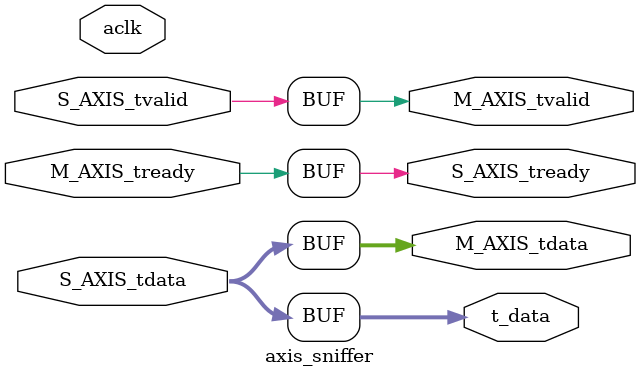
<source format=v>
`timescale 1ns / 1ps

module axis_sniffer #
(
    parameter integer                       AXIS_TDATA_WIDTH    = 32
)
(
    // signals
    input  wire                             aclk,
    output wire [AXIS_TDATA_WIDTH-1:0]      t_data,
    
    // axis slave
    input  wire                             S_AXIS_tvalid,
    input  wire [AXIS_TDATA_WIDTH-1:0]      S_AXIS_tdata,
    output wire                             S_AXIS_tready,
    
    // axis master
    input  wire                             M_AXIS_tready,
    output wire                             M_AXIS_tvalid,
    output wire [AXIS_TDATA_WIDTH-1:0]      M_AXIS_tdata
);          
 
    assign M_AXIS_tvalid                    = S_AXIS_tvalid;
    assign M_AXIS_tdata                     = S_AXIS_tdata;
    assign S_AXIS_tready                    = M_AXIS_tready;
    assign t_data                           = S_AXIS_tdata;

endmodule
</source>
